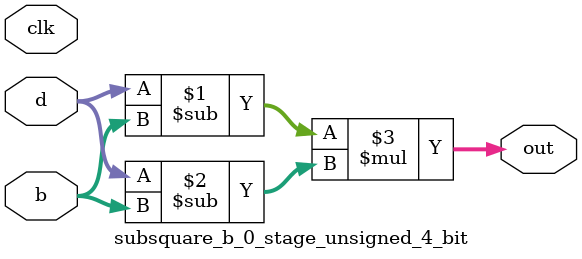
<source format=sv>
(* use_dsp = "yes" *) module subsquare_b_0_stage_unsigned_4_bit(
	input  [3:0] b,
	input  [3:0] d,
	output [3:0] out,
	input clk);

	assign out = (d - b) * (d - b);
endmodule

</source>
